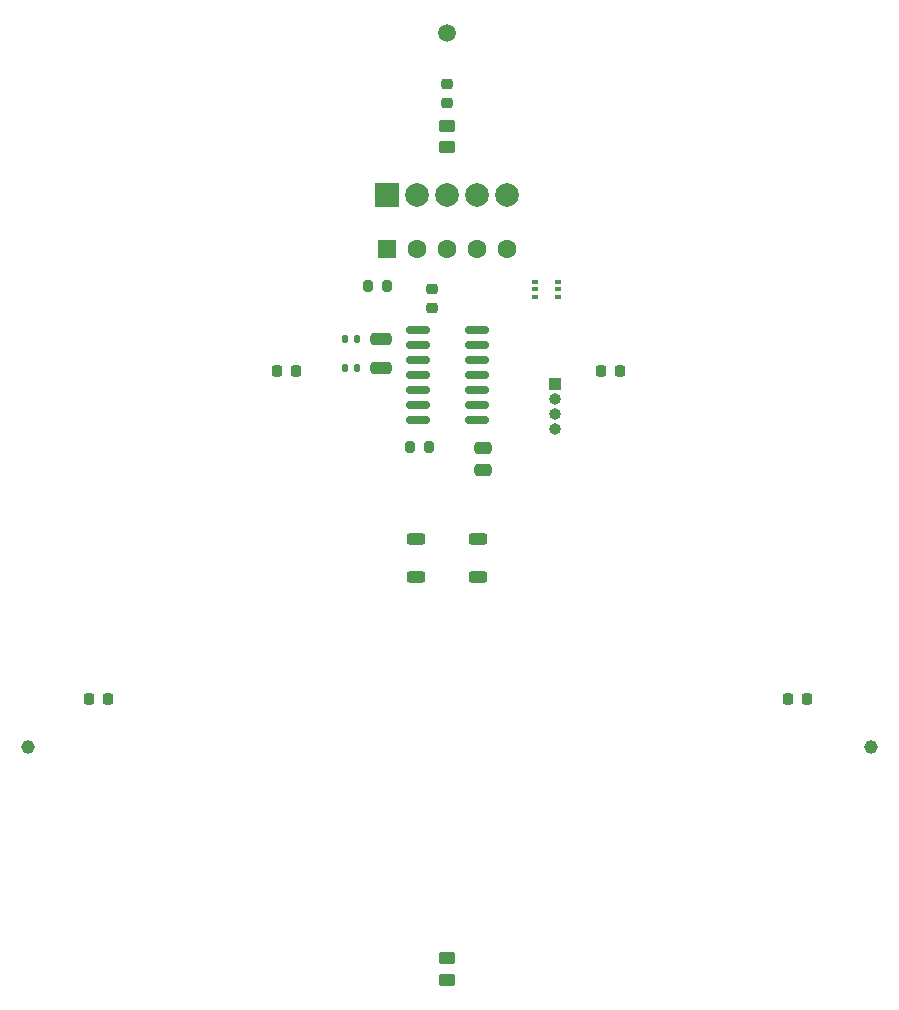
<source format=gts>
%TF.GenerationSoftware,KiCad,Pcbnew,7.0.2-0*%
%TF.CreationDate,2024-07-21T16:06:54-04:00*%
%TF.ProjectId,Tree Ornanment 2024,54726565-204f-4726-9e61-6e6d656e7420,rev?*%
%TF.SameCoordinates,Original*%
%TF.FileFunction,Soldermask,Top*%
%TF.FilePolarity,Negative*%
%FSLAX46Y46*%
G04 Gerber Fmt 4.6, Leading zero omitted, Abs format (unit mm)*
G04 Created by KiCad (PCBNEW 7.0.2-0) date 2024-07-21 16:06:54*
%MOMM*%
%LPD*%
G01*
G04 APERTURE LIST*
G04 Aperture macros list*
%AMRoundRect*
0 Rectangle with rounded corners*
0 $1 Rounding radius*
0 $2 $3 $4 $5 $6 $7 $8 $9 X,Y pos of 4 corners*
0 Add a 4 corners polygon primitive as box body*
4,1,4,$2,$3,$4,$5,$6,$7,$8,$9,$2,$3,0*
0 Add four circle primitives for the rounded corners*
1,1,$1+$1,$2,$3*
1,1,$1+$1,$4,$5*
1,1,$1+$1,$6,$7*
1,1,$1+$1,$8,$9*
0 Add four rect primitives between the rounded corners*
20,1,$1+$1,$2,$3,$4,$5,0*
20,1,$1+$1,$4,$5,$6,$7,0*
20,1,$1+$1,$6,$7,$8,$9,0*
20,1,$1+$1,$8,$9,$2,$3,0*%
G04 Aperture macros list end*
%ADD10RoundRect,0.250000X0.450000X-0.262500X0.450000X0.262500X-0.450000X0.262500X-0.450000X-0.262500X0*%
%ADD11RoundRect,0.200000X-0.200000X-0.275000X0.200000X-0.275000X0.200000X0.275000X-0.200000X0.275000X0*%
%ADD12C,1.152000*%
%ADD13C,1.500000*%
%ADD14R,1.600000X1.600000*%
%ADD15C,1.600000*%
%ADD16RoundRect,0.140000X0.140000X0.170000X-0.140000X0.170000X-0.140000X-0.170000X0.140000X-0.170000X0*%
%ADD17RoundRect,0.250000X0.650000X-0.250000X0.650000X0.250000X-0.650000X0.250000X-0.650000X-0.250000X0*%
%ADD18RoundRect,0.250000X-0.450000X0.262500X-0.450000X-0.262500X0.450000X-0.262500X0.450000X0.262500X0*%
%ADD19RoundRect,0.218750X-0.218750X-0.256250X0.218750X-0.256250X0.218750X0.256250X-0.218750X0.256250X0*%
%ADD20O,1.000000X1.000000*%
%ADD21R,1.000000X1.000000*%
%ADD22RoundRect,0.250000X-0.525000X-0.250000X0.525000X-0.250000X0.525000X0.250000X-0.525000X0.250000X0*%
%ADD23RoundRect,0.218750X-0.256250X0.218750X-0.256250X-0.218750X0.256250X-0.218750X0.256250X0.218750X0*%
%ADD24R,0.600000X0.420000*%
%ADD25O,0.600000X0.420000*%
%ADD26RoundRect,0.225000X-0.250000X0.225000X-0.250000X-0.225000X0.250000X-0.225000X0.250000X0.225000X0*%
%ADD27RoundRect,0.150000X-0.825000X-0.150000X0.825000X-0.150000X0.825000X0.150000X-0.825000X0.150000X0*%
%ADD28C,2.000000*%
%ADD29R,2.000000X2.000000*%
%ADD30RoundRect,0.250000X0.475000X-0.250000X0.475000X0.250000X-0.475000X0.250000X-0.475000X-0.250000X0*%
G04 APERTURE END LIST*
D10*
%TO.C,R4*%
X139718000Y-75212500D03*
X139718000Y-73387500D03*
%TD*%
D11*
%TO.C,R2*%
X136589000Y-100584000D03*
X138239000Y-100584000D03*
%TD*%
D12*
%TO.C,REF\u002A\u002A*%
X175641000Y-125984000D03*
%TD*%
D13*
%TO.C,REF\u002A\u002A*%
X139700000Y-65532000D03*
%TD*%
D14*
%TO.C,J1*%
X134620000Y-83820000D03*
D15*
X137160000Y-83820000D03*
X139700000Y-83820000D03*
X142240000Y-83820000D03*
X144780000Y-83820000D03*
%TD*%
D11*
%TO.C,R3*%
X132993000Y-86956000D03*
X134643000Y-86956000D03*
%TD*%
D16*
%TO.C,C4*%
X132080000Y-93900000D03*
X131120000Y-93900000D03*
%TD*%
%TO.C,C3*%
X132080000Y-91400000D03*
X131120000Y-91400000D03*
%TD*%
D17*
%TO.C,Y1*%
X134112000Y-93892000D03*
X134112000Y-91392000D03*
%TD*%
D18*
%TO.C,R1*%
X139700000Y-143867500D03*
X139700000Y-145692500D03*
%TD*%
D12*
%TO.C,REF\u002A\u002A*%
X104267000Y-125984000D03*
%TD*%
D19*
%TO.C,D3*%
X109423000Y-121920000D03*
X110998000Y-121920000D03*
%TD*%
D20*
%TO.C,J3*%
X148844000Y-99060000D03*
X148844000Y-97790000D03*
X148844000Y-96520000D03*
D21*
X148844000Y-95250000D03*
%TD*%
D22*
%TO.C,SW2*%
X137075000Y-108400000D03*
X142325000Y-108400000D03*
X137075000Y-111600000D03*
X142325000Y-111600000D03*
%TD*%
D19*
%TO.C,D1*%
X125323500Y-94107000D03*
X126898500Y-94107000D03*
%TD*%
D23*
%TO.C,D5*%
X139700000Y-69850000D03*
X139700000Y-71425000D03*
%TD*%
D24*
%TO.C,Q1*%
X147197998Y-86584002D03*
D25*
X147197998Y-87234001D03*
X147197998Y-87884000D03*
X149098000Y-87884000D03*
X149098000Y-87234001D03*
X149098000Y-86584002D03*
%TD*%
D26*
%TO.C,C2*%
X138430000Y-87230000D03*
X138430000Y-88780000D03*
%TD*%
D27*
%TO.C,U1*%
X137290000Y-90678000D03*
X137290000Y-91948000D03*
X137290000Y-93218000D03*
X137290000Y-94488000D03*
X137290000Y-95758000D03*
X137290000Y-97028000D03*
X137290000Y-98298000D03*
X142240000Y-98298000D03*
X142240000Y-97028000D03*
X142240000Y-95758000D03*
X142240000Y-94488000D03*
X142240000Y-93218000D03*
X142240000Y-91948000D03*
X142240000Y-90678000D03*
%TD*%
D19*
%TO.C,D4*%
X168630500Y-121920000D03*
X170205500Y-121920000D03*
%TD*%
D28*
%TO.C,J2*%
X144780000Y-79248000D03*
X142240000Y-79248000D03*
X139700000Y-79248000D03*
X137160000Y-79248000D03*
D29*
X134620000Y-79248000D03*
%TD*%
D30*
%TO.C,C1*%
X142748000Y-102550000D03*
X142748000Y-100650000D03*
%TD*%
D19*
%TO.C,D2*%
X152755500Y-94107000D03*
X154330500Y-94107000D03*
%TD*%
M02*

</source>
